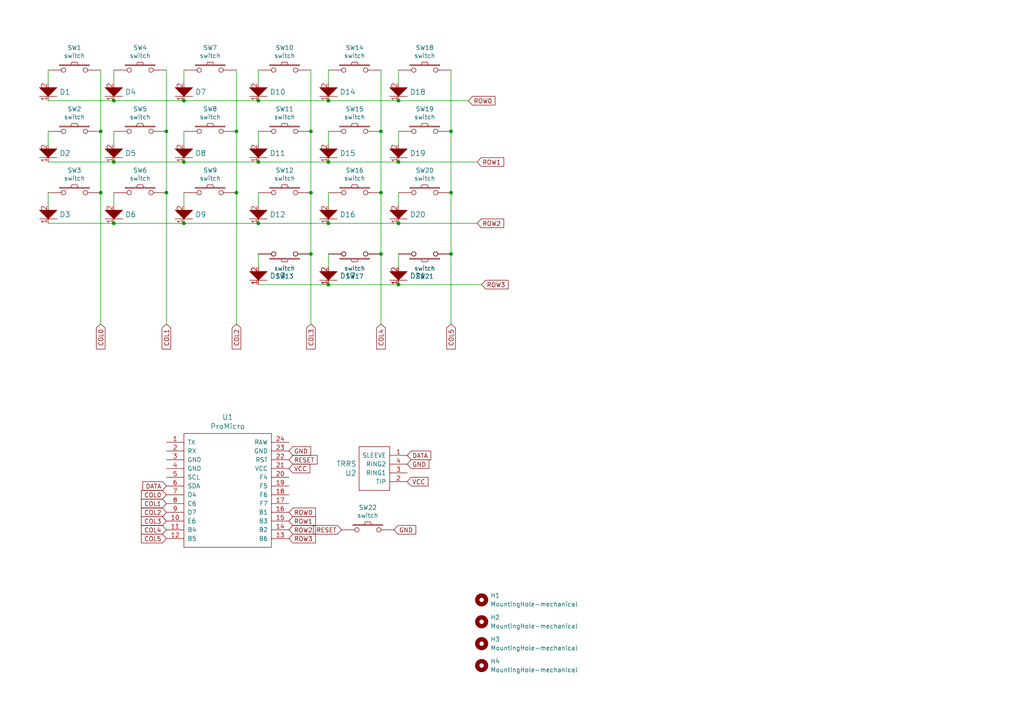
<source format=kicad_sch>
(kicad_sch (version 20211123) (generator eeschema)
  (paper "A4")
  (lib_symbols
    (symbol "name-unneeded-rescue:MountingHole-mechanical" (pin_names (offset 1.016))
      (property "Reference" "H" (at 0 5.08 0))
      (property "Value" "MountingHole-mechanical" (at 0 3.175 0))
      (symbol "MountingHole-mechanical_0_1"
        (circle (center 0 0) (radius 1.27) (stroke (width 1.27)))
      )
    )
    (symbol "name-unneeded:diode" (pin_names (offset 1.016))
      (property "Reference" "diode" (at -3.81 -1.27 90))
      (symbol "diode_0_1"
        (polyline (pts (xy -2.54 0) (xy 2.54 0)))
        (polyline (pts (xy 0 0) (xy -2.54 -2.54) (xy 2.54 -2.54) (xy 0 0)) (fill (type outline)))
      )
      (symbol "diode_1_1"
        (pin passive line (at 0 1.27 270) (length 1.27) (name "~") (number "1"))
        (pin passive line (at 0 -3.81 90) (length 1.27) (name "~") (number "2"))
      )
    )
    (symbol "name-unneeded:promicro" (pin_names (offset 1.016))
      (property "Reference" "U" (at 0 24.13 0))
      (property "Value" "promicro" (at 0 -13.97 0))
      (symbol "promicro_0_1"
        (rectangle (start -12.7 21.59) (end 12.7 -11.43))
      )
      (symbol "promicro_1_1"
        (pin bidirectional line (at -17.78 19.05 0) (length 5.08) (name "TX") (number "1"))
        (pin bidirectional line (at -17.78 -3.81 0) (length 5.08) (name "E6") (number "10"))
        (pin bidirectional line (at -17.78 -6.35 0) (length 5.08) (name "B4") (number "11"))
        (pin bidirectional line (at -17.78 -8.89 0) (length 5.08) (name "B5") (number "12"))
        (pin bidirectional line (at 17.78 -8.89 180) (length 5.08) (name "B6") (number "13"))
        (pin bidirectional line (at 17.78 -6.35 180) (length 5.08) (name "B2") (number "14"))
        (pin bidirectional line (at 17.78 -3.81 180) (length 5.08) (name "B3") (number "15"))
        (pin bidirectional line (at 17.78 -1.27 180) (length 5.08) (name "B1") (number "16"))
        (pin bidirectional line (at 17.78 1.27 180) (length 5.08) (name "F7") (number "17"))
        (pin bidirectional line (at 17.78 3.81 180) (length 5.08) (name "F6") (number "18"))
        (pin bidirectional line (at 17.78 6.35 180) (length 5.08) (name "F5") (number "19"))
        (pin bidirectional line (at -17.78 16.51 0) (length 5.08) (name "RX") (number "2"))
        (pin bidirectional line (at 17.78 8.89 180) (length 5.08) (name "F4") (number "20"))
        (pin power_in line (at 17.78 11.43 180) (length 5.08) (name "VCC") (number "21"))
        (pin input line (at 17.78 13.97 180) (length 5.08) (name "RST") (number "22"))
        (pin power_in line (at 17.78 16.51 180) (length 5.08) (name "GND") (number "23"))
        (pin power_out line (at 17.78 19.05 180) (length 5.08) (name "RAW") (number "24"))
        (pin power_in line (at -17.78 13.97 0) (length 5.08) (name "GND") (number "3"))
        (pin power_in line (at -17.78 11.43 0) (length 5.08) (name "GND") (number "4"))
        (pin bidirectional line (at -17.78 8.89 0) (length 5.08) (name "SCL") (number "5"))
        (pin bidirectional line (at -17.78 6.35 0) (length 5.08) (name "SDA") (number "6"))
        (pin bidirectional line (at -17.78 3.81 0) (length 5.08) (name "D4") (number "7"))
        (pin bidirectional line (at -17.78 1.27 0) (length 5.08) (name "C6") (number "8"))
        (pin bidirectional line (at -17.78 -1.27 0) (length 5.08) (name "D7") (number "9"))
      )
    )
    (symbol "name-unneeded:switch" (pin_numbers hide) (pin_names (offset 1.016) hide)
      (property "Reference" "switch" (at 3.81 2.794 0))
      (property "Value" "switch" (at 0 -2.032 0))
      (symbol "switch_0_1"
        (rectangle (start -4.318 1.27) (end 4.318 1.524))
        (polyline (pts (xy -1.016 1.524) (xy -0.762 2.286) (xy 0.762 2.286) (xy 1.016 1.524)))
        (pin passive inverted (at -7.62 0 0) (length 5.08) (name "1") (number "1"))
        (pin passive inverted (at 7.62 0 180) (length 5.08) (name "2") (number "2"))
      )
    )
    (symbol "name-unneeded:trrs" (pin_names (offset 1.016))
      (property "Reference" "U" (at 0 15.24 0))
      (property "Value" "trrs" (at 0 -2.54 0))
      (symbol "trrs_0_1"
        (rectangle (start -3.81 0) (end -3.81 12.7))
        (rectangle (start -3.81 12.7) (end 5.08 12.7))
        (rectangle (start 5.08 0) (end -3.81 0))
        (rectangle (start 5.08 12.7) (end 5.08 0))
      )
      (symbol "trrs_1_1"
        (pin input line (at -8.89 2.54 0) (length 5.08) (name "SLEEVE") (number "1"))
        (pin input line (at -8.89 10.16 0) (length 5.08) (name "TIP") (number "2"))
        (pin input line (at -8.89 7.62 0) (length 5.08) (name "RING1") (number "3"))
        (pin input line (at -8.89 5.08 0) (length 5.08) (name "RING2") (number "4"))
      )
    )
  )
  (junction (at 48.26 38.1))
  (junction (at 130.81 55.88))
  (junction (at 130.81 73.66))
  (junction (at 68.58 55.88))
  (junction (at 53.34 64.77))
  (junction (at 74.93 64.77))
  (junction (at 115.57 29.21))
  (junction (at 115.57 64.77))
  (junction (at 68.58 38.1))
  (junction (at 95.25 82.55))
  (junction (at 90.17 38.1))
  (junction (at 29.21 38.1))
  (junction (at 115.57 46.99))
  (junction (at 130.81 38.1))
  (junction (at 110.49 38.1))
  (junction (at 53.34 29.21))
  (junction (at 90.17 73.66))
  (junction (at 29.21 55.88))
  (junction (at 90.17 55.88))
  (junction (at 48.26 55.88))
  (junction (at 115.57 82.55))
  (junction (at 95.25 46.99))
  (junction (at 74.93 29.21))
  (junction (at 95.25 64.77))
  (junction (at 53.34 46.99))
  (junction (at 33.02 64.77))
  (junction (at 33.02 46.99))
  (junction (at 95.25 29.21))
  (junction (at 110.49 55.88))
  (junction (at 74.93 46.99))
  (junction (at 110.49 73.66))
  (junction (at 33.02 29.21))
  (wire (pts (xy 48.26 55.88) (xy 48.26 93.98)))
  (wire (pts (xy 29.21 55.88) (xy 29.21 93.98)))
  (wire (pts (xy 68.58 20.32) (xy 68.58 38.1)))
  (wire (pts (xy 90.17 73.66) (xy 90.17 93.98)))
  (wire (pts (xy 95.25 82.55) (xy 115.57 82.55)))
  (wire (pts (xy 95.25 29.21) (xy 115.57 29.21)))
  (wire (pts (xy 48.26 20.32) (xy 48.26 38.1)))
  (wire (pts (xy 13.97 20.32) (xy 13.97 24.13)))
  (wire (pts (xy 33.02 46.99) (xy 53.34 46.99)))
  (wire (pts (xy 130.81 73.66) (xy 130.81 93.98)))
  (wire (pts (xy 130.81 20.32) (xy 130.81 38.1)))
  (wire (pts (xy 95.25 64.77) (xy 115.57 64.77)))
  (wire (pts (xy 95.25 20.32) (xy 95.25 24.13)))
  (wire (pts (xy 74.93 73.66) (xy 74.93 77.47)))
  (wire (pts (xy 74.93 64.77) (xy 95.25 64.77)))
  (wire (pts (xy 90.17 38.1) (xy 90.17 55.88)))
  (wire (pts (xy 33.02 38.1) (xy 33.02 41.91)))
  (wire (pts (xy 130.81 38.1) (xy 130.81 55.88)))
  (wire (pts (xy 74.93 55.88) (xy 74.93 59.69)))
  (wire (pts (xy 115.57 73.66) (xy 115.57 77.47)))
  (wire (pts (xy 13.97 38.1) (xy 13.97 41.91)))
  (wire (pts (xy 53.34 29.21) (xy 74.93 29.21)))
  (wire (pts (xy 95.25 38.1) (xy 95.25 41.91)))
  (wire (pts (xy 68.58 55.88) (xy 68.58 93.98)))
  (wire (pts (xy 90.17 55.88) (xy 90.17 73.66)))
  (wire (pts (xy 29.21 20.32) (xy 29.21 38.1)))
  (wire (pts (xy 110.49 20.32) (xy 110.49 38.1)))
  (wire (pts (xy 53.34 64.77) (xy 74.93 64.77)))
  (wire (pts (xy 74.93 38.1) (xy 74.93 41.91)))
  (wire (pts (xy 95.25 73.66) (xy 95.25 77.47)))
  (wire (pts (xy 13.97 29.21) (xy 33.02 29.21)))
  (wire (pts (xy 115.57 55.88) (xy 115.57 59.69)))
  (wire (pts (xy 74.93 20.32) (xy 74.93 24.13)))
  (wire (pts (xy 53.34 38.1) (xy 53.34 41.91)))
  (wire (pts (xy 29.21 38.1) (xy 29.21 55.88)))
  (wire (pts (xy 110.49 38.1) (xy 110.49 55.88)))
  (wire (pts (xy 130.81 55.88) (xy 130.81 73.66)))
  (wire (pts (xy 74.93 46.99) (xy 95.25 46.99)))
  (wire (pts (xy 53.34 20.32) (xy 53.34 24.13)))
  (wire (pts (xy 48.26 38.1) (xy 48.26 55.88)))
  (wire (pts (xy 53.34 55.88) (xy 53.34 59.69)))
  (wire (pts (xy 33.02 29.21) (xy 53.34 29.21)))
  (wire (pts (xy 13.97 64.77) (xy 33.02 64.77)))
  (wire (pts (xy 110.49 55.88) (xy 110.49 73.66)))
  (wire (pts (xy 115.57 64.77) (xy 138.43 64.77)))
  (wire (pts (xy 13.97 46.99) (xy 33.02 46.99)))
  (wire (pts (xy 115.57 46.99) (xy 138.43 46.99)))
  (wire (pts (xy 95.25 55.88) (xy 95.25 59.69)))
  (wire (pts (xy 90.17 20.32) (xy 90.17 38.1)))
  (wire (pts (xy 115.57 20.32) (xy 115.57 24.13)))
  (wire (pts (xy 53.34 46.99) (xy 74.93 46.99)))
  (wire (pts (xy 13.97 55.88) (xy 13.97 59.69)))
  (wire (pts (xy 110.49 73.66) (xy 110.49 93.98)))
  (wire (pts (xy 115.57 29.21) (xy 135.89 29.21)))
  (wire (pts (xy 33.02 64.77) (xy 53.34 64.77)))
  (wire (pts (xy 33.02 55.88) (xy 33.02 59.69)))
  (wire (pts (xy 68.58 38.1) (xy 68.58 55.88)))
  (wire (pts (xy 95.25 46.99) (xy 115.57 46.99)))
  (wire (pts (xy 115.57 82.55) (xy 139.7 82.55)))
  (wire (pts (xy 115.57 38.1) (xy 115.57 41.91)))
  (wire (pts (xy 74.93 29.21) (xy 95.25 29.21)))
  (wire (pts (xy 95.25 82.55) (xy 74.93 82.55)))
  (wire (pts (xy 33.02 20.32) (xy 33.02 24.13)))
  (global_label "COL4" (shape input) (at 110.49 93.98 270) (property "Intersheet References" "${INTERSHEET_REFS}" (effects hide)))
  (global_label "VCC" (shape input) (at 83.82 135.89 0) (property "Intersheet References" "${INTERSHEET_REFS}" (effects hide)))
  (global_label "ROW1" (shape input) (at 83.82 151.13 0) (property "Intersheet References" "${INTERSHEET_REFS}" (effects hide)))
  (global_label "ROW3" (shape input) (at 139.7 82.55 0) (property "Intersheet References" "${INTERSHEET_REFS}" (effects hide)))
  (global_label "COL3" (shape input) (at 90.17 93.98 270) (property "Intersheet References" "${INTERSHEET_REFS}" (effects hide)))
  (global_label "GND" (shape input) (at 118.11 134.62 0) (property "Intersheet References" "${INTERSHEET_REFS}" (effects hide)))
  (global_label "COL1" (shape input) (at 48.26 146.05 180) (property "Intersheet References" "${INTERSHEET_REFS}" (effects hide)))
  (global_label "ROW3" (shape input) (at 83.82 156.21 0) (property "Intersheet References" "${INTERSHEET_REFS}" (effects hide)))
  (global_label "VCC" (shape input) (at 118.11 139.7 0) (property "Intersheet References" "${INTERSHEET_REFS}" (effects hide)))
  (global_label "COL2" (shape input) (at 48.26 148.59 180) (property "Intersheet References" "${INTERSHEET_REFS}" (effects hide)))
  (global_label "ROW0" (shape input) (at 135.89 29.21 0) (property "Intersheet References" "${INTERSHEET_REFS}" (effects hide)))
  (global_label "ROW0" (shape input) (at 83.82 148.59 0) (property "Intersheet References" "${INTERSHEET_REFS}" (effects hide)))
  (global_label "GND" (shape input) (at 114.3 153.67 0) (property "Intersheet References" "${INTERSHEET_REFS}" (effects hide)))
  (global_label "ROW1" (shape input) (at 138.43 46.99 0) (property "Intersheet References" "${INTERSHEET_REFS}" (effects hide)))
  (global_label "GND" (shape input) (at 83.82 130.81 0) (property "Intersheet References" "${INTERSHEET_REFS}" (effects hide)))
  (global_label "RESET" (shape input) (at 99.06 153.67 180) (property "Intersheet References" "${INTERSHEET_REFS}" (effects hide)))
  (global_label "COL0" (shape input) (at 29.21 93.98 270) (property "Intersheet References" "${INTERSHEET_REFS}" (effects hide)))
  (global_label "ROW2" (shape input) (at 138.43 64.77 0) (property "Intersheet References" "${INTERSHEET_REFS}" (effects hide)))
  (global_label "COL4" (shape input) (at 48.26 153.67 180) (property "Intersheet References" "${INTERSHEET_REFS}" (effects hide)))
  (global_label "COL5" (shape input) (at 48.26 156.21 180) (property "Intersheet References" "${INTERSHEET_REFS}" (effects hide)))
  (global_label "COL0" (shape input) (at 48.26 143.51 180) (property "Intersheet References" "${INTERSHEET_REFS}" (effects hide)))
  (global_label "COL3" (shape input) (at 48.26 151.13 180) (property "Intersheet References" "${INTERSHEET_REFS}" (effects hide)))
  (global_label "DATA" (shape input) (at 48.26 140.97 180) (property "Intersheet References" "${INTERSHEET_REFS}" (effects hide)))
  (global_label "COL5" (shape input) (at 130.81 93.98 270) (property "Intersheet References" "${INTERSHEET_REFS}" (effects hide)))
  (global_label "RESET" (shape input) (at 83.82 133.35 0) (property "Intersheet References" "${INTERSHEET_REFS}" (effects hide)))
  (global_label "ROW2" (shape input) (at 83.82 153.67 0) (property "Intersheet References" "${INTERSHEET_REFS}" (effects hide)))
  (global_label "COL2" (shape input) (at 68.58 93.98 270) (property "Intersheet References" "${INTERSHEET_REFS}" (effects hide)))
  (global_label "COL1" (shape input) (at 48.26 93.98 270) (property "Intersheet References" "${INTERSHEET_REFS}" (effects hide)))
  (global_label "DATA" (shape input) (at 118.11 132.08 0) (property "Intersheet References" "${INTERSHEET_REFS}" (effects hide)))
  (symbol (lib_id "name-unneeded:promicro") (at 66.04 147.32 0) (unit 1)
    (property "Reference" "U1" (at 66.04 120.9802 0) (effects (font (size 1.524 1.524))))
    (property "Value" "ProMicro" (at 66.04 123.6726 0) (effects (font (size 1.524 1.524))))
    (property "Footprint" "footprints:promicro" (effects hide))
  )
  (symbol (lib_id "name-unneeded:trrs") (at 109.22 129.54 180) (unit 1)
    (property "Reference" "U2" (at 103.4288 137.2362 0) (effects (font (size 1.524 1.524)) (justify left)))
    (property "Value" "TRRS" (at 103.4288 134.5438 0) (effects (font (size 1.524 1.524)) (justify left)))
    (property "Footprint" "footprints:trrs" (effects hide))
  )
  (symbol (lib_id "name-unneeded:switch") (at 40.64 20.32 0) (unit 1)
    (property "Reference" "SW4" (at 40.64 13.843 0))
    (property "Value" "switch" (at 40.64 16.1544 0))
    (property "Footprint" "footprints:choc-socket-flip" (effects hide))
  )
  (symbol (lib_id "name-unneeded:diode") (at 33.02 27.94 180) (unit 1)
    (property "Reference" "D4" (at 36.2712 26.67 0) (effects (font (size 1.524 1.524)) (justify right)))
    (property "Value" "D" (effects hide))
    (property "Footprint" "footprints:diode-smd-tht" (effects hide))
  )
  (symbol (lib_id "name-unneeded:switch") (at 40.64 38.1 0) (unit 1)
    (property "Reference" "SW5" (at 40.64 31.623 0))
    (property "Value" "switch" (at 40.64 33.9344 0))
    (property "Footprint" "footprints:choc-socket-flip" (effects hide))
  )
  (symbol (lib_id "name-unneeded:diode") (at 33.02 45.72 180) (unit 1)
    (property "Reference" "D5" (at 36.2712 44.45 0) (effects (font (size 1.524 1.524)) (justify right)))
    (property "Value" "D" (effects hide))
    (property "Footprint" "footprints:diode-smd-tht" (effects hide))
  )
  (symbol (lib_id "name-unneeded:switch") (at 40.64 55.88 0) (unit 1)
    (property "Reference" "SW6" (at 40.64 49.403 0))
    (property "Value" "switch" (at 40.64 51.7144 0))
    (property "Footprint" "footprints:choc-socket-flip" (effects hide))
  )
  (symbol (lib_id "name-unneeded:diode") (at 33.02 63.5 180) (unit 1)
    (property "Reference" "D6" (at 36.2712 62.23 0) (effects (font (size 1.524 1.524)) (justify right)))
    (property "Value" "D" (effects hide))
    (property "Footprint" "footprints:diode-smd-tht" (effects hide))
  )
  (symbol (lib_id "name-unneeded:switch") (at 60.96 20.32 0) (unit 1)
    (property "Reference" "SW7" (at 60.96 13.843 0))
    (property "Value" "switch" (at 60.96 16.1544 0))
    (property "Footprint" "footprints:choc-socket-flip" (effects hide))
  )
  (symbol (lib_id "name-unneeded:diode") (at 53.34 27.94 180) (unit 1)
    (property "Reference" "D7" (at 56.5912 26.67 0) (effects (font (size 1.524 1.524)) (justify right)))
    (property "Value" "D" (effects hide))
    (property "Footprint" "footprints:diode-smd-tht" (effects hide))
  )
  (symbol (lib_id "name-unneeded:switch") (at 60.96 38.1 0) (unit 1)
    (property "Reference" "SW8" (at 60.96 31.623 0))
    (property "Value" "switch" (at 60.96 33.9344 0))
    (property "Footprint" "footprints:choc-socket-flip" (effects hide))
  )
  (symbol (lib_id "name-unneeded:diode") (at 53.34 45.72 180) (unit 1)
    (property "Reference" "D8" (at 56.5912 44.45 0) (effects (font (size 1.524 1.524)) (justify right)))
    (property "Value" "D" (effects hide))
    (property "Footprint" "footprints:diode-smd-tht" (effects hide))
  )
  (symbol (lib_id "name-unneeded:switch") (at 60.96 55.88 0) (unit 1)
    (property "Reference" "SW9" (at 60.96 49.403 0))
    (property "Value" "switch" (at 60.96 51.7144 0))
    (property "Footprint" "footprints:choc-socket-flip" (effects hide))
  )
  (symbol (lib_id "name-unneeded:diode") (at 53.34 63.5 180) (unit 1)
    (property "Reference" "D9" (at 56.5912 62.23 0) (effects (font (size 1.524 1.524)) (justify right)))
    (property "Value" "D" (effects hide))
    (property "Footprint" "footprints:diode-smd-tht" (effects hide))
  )
  (symbol (lib_id "name-unneeded:switch") (at 82.55 20.32 0) (unit 1)
    (property "Reference" "SW10" (at 82.55 13.843 0))
    (property "Value" "switch" (at 82.55 16.1544 0))
    (property "Footprint" "footprints:choc-socket-flip" (effects hide))
  )
  (symbol (lib_id "name-unneeded:diode") (at 74.93 27.94 180) (unit 1)
    (property "Reference" "D10" (at 78.1812 26.67 0) (effects (font (size 1.524 1.524)) (justify right)))
    (property "Value" "D" (effects hide))
    (property "Footprint" "footprints:diode-smd-tht" (effects hide))
  )
  (symbol (lib_id "name-unneeded:switch") (at 82.55 38.1 0) (unit 1)
    (property "Reference" "SW11" (at 82.55 31.623 0))
    (property "Value" "switch" (at 82.55 33.9344 0))
    (property "Footprint" "footprints:choc-socket-flip" (effects hide))
  )
  (symbol (lib_id "name-unneeded:diode") (at 74.93 45.72 180) (unit 1)
    (property "Reference" "D11" (at 78.1812 44.45 0) (effects (font (size 1.524 1.524)) (justify right)))
    (property "Value" "D" (effects hide))
    (property "Footprint" "footprints:diode-smd-tht" (effects hide))
  )
  (symbol (lib_id "name-unneeded:switch") (at 82.55 55.88 0) (unit 1)
    (property "Reference" "SW12" (at 82.55 49.403 0))
    (property "Value" "switch" (at 82.55 51.7144 0))
    (property "Footprint" "footprints:choc-socket-flip" (effects hide))
  )
  (symbol (lib_id "name-unneeded:diode") (at 74.93 63.5 180) (unit 1)
    (property "Reference" "D12" (at 78.1812 62.23 0) (effects (font (size 1.524 1.524)) (justify right)))
    (property "Value" "D" (effects hide))
    (property "Footprint" "footprints:diode-smd-tht" (effects hide))
  )
  (symbol (lib_id "name-unneeded:switch") (at 102.87 20.32 0) (unit 1)
    (property "Reference" "SW14" (at 102.87 13.843 0))
    (property "Value" "switch" (at 102.87 16.1544 0))
    (property "Footprint" "footprints:choc-socket-flip" (effects hide))
  )
  (symbol (lib_id "name-unneeded:diode") (at 95.25 27.94 180) (unit 1)
    (property "Reference" "D14" (at 98.5012 26.67 0) (effects (font (size 1.524 1.524)) (justify right)))
    (property "Value" "D" (effects hide))
    (property "Footprint" "footprints:diode-smd-tht" (effects hide))
  )
  (symbol (lib_id "name-unneeded:switch") (at 102.87 38.1 0) (unit 1)
    (property "Reference" "SW15" (at 102.87 31.623 0))
    (property "Value" "switch" (at 102.87 33.9344 0))
    (property "Footprint" "footprints:choc-socket-flip" (effects hide))
  )
  (symbol (lib_id "name-unneeded:diode") (at 95.25 45.72 180) (unit 1)
    (property "Reference" "D15" (at 98.5012 44.45 0) (effects (font (size 1.524 1.524)) (justify right)))
    (property "Value" "D" (effects hide))
    (property "Footprint" "footprints:diode-smd-tht" (effects hide))
  )
  (symbol (lib_id "name-unneeded:switch") (at 102.87 55.88 0) (unit 1)
    (property "Reference" "SW16" (at 102.87 49.403 0))
    (property "Value" "switch" (at 102.87 51.7144 0))
    (property "Footprint" "footprints:choc-socket-flip" (effects hide))
  )
  (symbol (lib_id "name-unneeded:diode") (at 95.25 63.5 180) (unit 1)
    (property "Reference" "D16" (at 98.5012 62.23 0) (effects (font (size 1.524 1.524)) (justify right)))
    (property "Value" "D" (effects hide))
    (property "Footprint" "footprints:diode-smd-tht" (effects hide))
  )
  (symbol (lib_id "name-unneeded:switch") (at 102.87 73.66 180) (unit 1)
    (property "Reference" "SW17" (at 102.87 80.137 0))
    (property "Value" "switch" (at 102.87 77.8256 0))
    (property "Footprint" "footprints:choc-socket-flip" (effects hide))
  )
  (symbol (lib_id "name-unneeded:diode") (at 95.25 81.28 180) (unit 1)
    (property "Reference" "D17" (at 98.5012 80.01 0) (effects (font (size 1.524 1.524)) (justify right)))
    (property "Value" "D" (effects hide))
    (property "Footprint" "footprints:diode-smd-tht" (effects hide))
  )
  (symbol (lib_id "name-unneeded:switch") (at 123.19 20.32 0) (unit 1)
    (property "Reference" "SW18" (at 123.19 13.843 0))
    (property "Value" "switch" (at 123.19 16.1544 0))
    (property "Footprint" "footprints:choc-socket-flip" (effects hide))
  )
  (symbol (lib_id "name-unneeded:diode") (at 115.57 27.94 180) (unit 1)
    (property "Reference" "D18" (at 118.8212 26.67 0) (effects (font (size 1.524 1.524)) (justify right)))
    (property "Value" "D" (effects hide))
    (property "Footprint" "footprints:diode-smd-tht" (effects hide))
  )
  (symbol (lib_id "name-unneeded:switch") (at 123.19 38.1 0) (unit 1)
    (property "Reference" "SW19" (at 123.19 31.623 0))
    (property "Value" "switch" (at 123.19 33.9344 0))
    (property "Footprint" "footprints:choc-socket-flip" (effects hide))
  )
  (symbol (lib_id "name-unneeded:diode") (at 115.57 45.72 180) (unit 1)
    (property "Reference" "D19" (at 118.8212 44.45 0) (effects (font (size 1.524 1.524)) (justify right)))
    (property "Value" "D" (effects hide))
    (property "Footprint" "footprints:diode-smd-tht" (effects hide))
  )
  (symbol (lib_id "name-unneeded:switch") (at 123.19 55.88 0) (unit 1)
    (property "Reference" "SW20" (at 123.19 49.403 0))
    (property "Value" "switch" (at 123.19 51.7144 0))
    (property "Footprint" "footprints:choc-socket-flip" (effects hide))
  )
  (symbol (lib_id "name-unneeded:diode") (at 115.57 63.5 180) (unit 1)
    (property "Reference" "D20" (at 118.8212 62.23 0) (effects (font (size 1.524 1.524)) (justify right)))
    (property "Value" "D" (effects hide))
    (property "Footprint" "footprints:diode-smd-tht" (effects hide))
  )
  (symbol (lib_id "name-unneeded:switch") (at 123.19 73.66 180) (unit 1)
    (property "Reference" "SW21" (at 123.19 80.137 0))
    (property "Value" "switch" (at 123.19 77.8256 0))
    (property "Footprint" "footprints:choc-socket-flip" (effects hide))
  )
  (symbol (lib_id "name-unneeded:diode") (at 115.57 81.28 180) (unit 1)
    (property "Reference" "D21" (at 118.8212 80.01 0) (effects (font (size 1.524 1.524)) (justify right)))
    (property "Value" "D" (effects hide))
    (property "Footprint" "footprints:diode-smd-tht" (effects hide))
  )
  (symbol (lib_id "name-unneeded:switch") (at 82.55 73.66 180) (unit 1)
    (property "Reference" "SW13" (at 82.55 80.137 0))
    (property "Value" "switch" (at 82.55 77.8256 0))
    (property "Footprint" "footprints:choc-socket-flip" (effects hide))
  )
  (symbol (lib_id "name-unneeded:diode") (at 74.93 81.28 180) (unit 1)
    (property "Reference" "D13" (at 78.1812 80.01 0) (effects (font (size 1.524 1.524)) (justify right)))
    (property "Value" "D" (effects hide))
    (property "Footprint" "footprints:diode-smd-tht" (effects hide))
  )
  (symbol (lib_id "name-unneeded:switch") (at 106.68 153.67 0) (unit 1)
    (property "Reference" "SW22" (at 106.68 147.193 0))
    (property "Value" "switch" (at 106.68 149.5044 0))
    (property "Footprint" "footprints:reset" (effects hide))
  )
  (symbol (lib_id "name-unneeded:diode") (at 13.97 63.5 180) (unit 1)
    (property "Reference" "D3" (at 17.2212 62.23 0) (effects (font (size 1.524 1.524)) (justify right)))
    (property "Value" "D" (effects hide))
    (property "Footprint" "footprints:diode-smd-tht" (effects hide))
  )
  (symbol (lib_id "name-unneeded:switch") (at 21.59 55.88 0) (unit 1)
    (property "Reference" "SW3" (at 21.59 49.403 0))
    (property "Value" "switch" (at 21.59 51.7144 0))
    (property "Footprint" "footprints:choc-socket-flip" (effects hide))
  )
  (symbol (lib_id "name-unneeded:switch") (at 21.59 20.32 0) (unit 1)
    (property "Reference" "SW1" (at 21.59 13.843 0))
    (property "Value" "switch" (at 21.59 16.1544 0))
    (property "Footprint" "footprints:choc-socket-flip" (effects hide))
  )
  (symbol (lib_id "name-unneeded-rescue:MountingHole-mechanical") (at 139.7 193.04 0) (unit 1)
    (property "Reference" "H4" (at 142.24 191.7699 0) (effects (justify left)))
    (property "Value" "MountingHole-mechanical" (at 142.24 194.3099 0) (effects (justify left)))
    (property "Footprint" "footprints:hole-m2-pcb" (effects hide))
  )
  (symbol (lib_id "name-unneeded-rescue:MountingHole-mechanical") (at 139.7 173.99 0) (unit 1)
    (property "Reference" "H1" (at 142.24 172.7199 0) (effects (justify left)))
    (property "Value" "MountingHole-mechanical" (at 142.24 175.2599 0) (effects (justify left)))
    (property "Footprint" "footprints:hole-m2-pcb" (effects hide))
  )
  (symbol (lib_id "name-unneeded-rescue:MountingHole-mechanical") (at 139.7 180.34 0) (unit 1)
    (property "Reference" "H2" (at 142.24 179.0699 0) (effects (justify left)))
    (property "Value" "MountingHole-mechanical" (at 142.24 181.6099 0) (effects (justify left)))
    (property "Footprint" "footprints:hole-m2-pcb" (effects hide))
  )
  (symbol (lib_id "name-unneeded:diode") (at 13.97 45.72 180) (unit 1)
    (property "Reference" "D2" (at 17.2212 44.45 0) (effects (font (size 1.524 1.524)) (justify right)))
    (property "Value" "D" (effects hide))
    (property "Footprint" "footprints:diode-smd-tht" (effects hide))
  )
  (symbol (lib_id "name-unneeded-rescue:MountingHole-mechanical") (at 139.7 186.69 0) (unit 1)
    (property "Reference" "H3" (at 142.24 185.4199 0) (effects (justify left)))
    (property "Value" "MountingHole-mechanical" (at 142.24 187.9599 0) (effects (justify left)))
    (property "Footprint" "footprints:hole-m2-pcb" (effects hide))
  )
  (symbol (lib_id "name-unneeded:diode") (at 13.97 27.94 180) (unit 1)
    (property "Reference" "D1" (at 17.2212 26.67 0) (effects (font (size 1.524 1.524)) (justify right)))
    (property "Value" "D" (effects hide))
    (property "Footprint" "footprints:diode-smd-tht" (effects hide))
  )
  (symbol (lib_id "name-unneeded:switch") (at 21.59 38.1 0) (unit 1)
    (property "Reference" "SW2" (at 21.59 31.623 0))
    (property "Value" "switch" (at 21.59 33.9344 0))
    (property "Footprint" "footprints:choc-socket-flip" (effects hide))
  )
)
</source>
